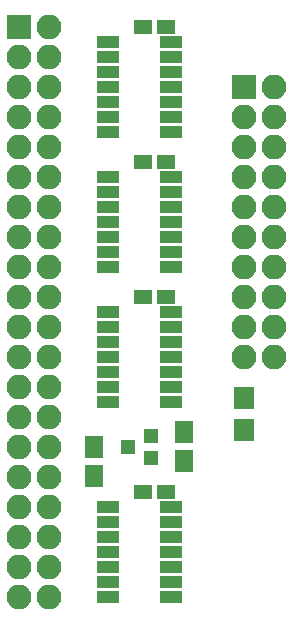
<source format=gbr>
G04 #@! TF.FileFunction,Soldermask,Top*
%FSLAX46Y46*%
G04 Gerber Fmt 4.6, Leading zero omitted, Abs format (unit mm)*
G04 Created by KiCad (PCBNEW 4.0.4-stable) date 12/12/17 20:39:09*
%MOMM*%
%LPD*%
G01*
G04 APERTURE LIST*
%ADD10C,0.100000*%
%ADD11R,1.900000X1.000000*%
%ADD12R,2.100000X2.100000*%
%ADD13O,2.100000X2.100000*%
%ADD14R,1.700000X1.900000*%
%ADD15R,1.300000X1.200000*%
%ADD16R,1.650000X1.900000*%
%ADD17R,1.600000X1.150000*%
G04 APERTURE END LIST*
D10*
D11*
X116680000Y-85090000D03*
X116680000Y-86360000D03*
X116680000Y-87630000D03*
X116680000Y-88900000D03*
X116680000Y-90170000D03*
X116680000Y-91440000D03*
X116680000Y-92710000D03*
X122080000Y-92710000D03*
X122080000Y-91440000D03*
X122080000Y-90170000D03*
X122080000Y-88900000D03*
X122080000Y-87630000D03*
X122080000Y-86360000D03*
X122080000Y-85090000D03*
X116680000Y-96520000D03*
X116680000Y-97790000D03*
X116680000Y-99060000D03*
X116680000Y-100330000D03*
X116680000Y-101600000D03*
X116680000Y-102870000D03*
X116680000Y-104140000D03*
X122080000Y-104140000D03*
X122080000Y-102870000D03*
X122080000Y-101600000D03*
X122080000Y-100330000D03*
X122080000Y-99060000D03*
X122080000Y-97790000D03*
X122080000Y-96520000D03*
X116680000Y-107950000D03*
X116680000Y-109220000D03*
X116680000Y-110490000D03*
X116680000Y-111760000D03*
X116680000Y-113030000D03*
X116680000Y-114300000D03*
X116680000Y-115570000D03*
X122080000Y-115570000D03*
X122080000Y-114300000D03*
X122080000Y-113030000D03*
X122080000Y-111760000D03*
X122080000Y-110490000D03*
X122080000Y-109220000D03*
X122080000Y-107950000D03*
X116680000Y-124460000D03*
X116680000Y-125730000D03*
X116680000Y-127000000D03*
X116680000Y-128270000D03*
X116680000Y-129540000D03*
X116680000Y-130810000D03*
X116680000Y-132080000D03*
X122080000Y-132080000D03*
X122080000Y-130810000D03*
X122080000Y-129540000D03*
X122080000Y-128270000D03*
X122080000Y-127000000D03*
X122080000Y-125730000D03*
X122080000Y-124460000D03*
D12*
X109220000Y-83820000D03*
D13*
X111760000Y-83820000D03*
X109220000Y-86360000D03*
X111760000Y-86360000D03*
X109220000Y-88900000D03*
X111760000Y-88900000D03*
X109220000Y-91440000D03*
X111760000Y-91440000D03*
X109220000Y-93980000D03*
X111760000Y-93980000D03*
X109220000Y-96520000D03*
X111760000Y-96520000D03*
X109220000Y-99060000D03*
X111760000Y-99060000D03*
X109220000Y-101600000D03*
X111760000Y-101600000D03*
X109220000Y-104140000D03*
X111760000Y-104140000D03*
X109220000Y-106680000D03*
X111760000Y-106680000D03*
X109220000Y-109220000D03*
X111760000Y-109220000D03*
X109220000Y-111760000D03*
X111760000Y-111760000D03*
X109220000Y-114300000D03*
X111760000Y-114300000D03*
X109220000Y-116840000D03*
X111760000Y-116840000D03*
X109220000Y-119380000D03*
X111760000Y-119380000D03*
X109220000Y-121920000D03*
X111760000Y-121920000D03*
X109220000Y-124460000D03*
X111760000Y-124460000D03*
X109220000Y-127000000D03*
X111760000Y-127000000D03*
X109220000Y-129540000D03*
X111760000Y-129540000D03*
X109220000Y-132080000D03*
X111760000Y-132080000D03*
D12*
X128270000Y-88900000D03*
D13*
X130810000Y-88900000D03*
X128270000Y-91440000D03*
X130810000Y-91440000D03*
X128270000Y-93980000D03*
X130810000Y-93980000D03*
X128270000Y-96520000D03*
X130810000Y-96520000D03*
X128270000Y-99060000D03*
X130810000Y-99060000D03*
X128270000Y-101600000D03*
X130810000Y-101600000D03*
X128270000Y-104140000D03*
X130810000Y-104140000D03*
X128270000Y-106680000D03*
X130810000Y-106680000D03*
X128270000Y-109220000D03*
X130810000Y-109220000D03*
X128270000Y-111760000D03*
X130810000Y-111760000D03*
D14*
X128270000Y-115236000D03*
X128270000Y-117936000D03*
D15*
X120380000Y-120330000D03*
X120380000Y-118430000D03*
X118380000Y-119380000D03*
D16*
X115570000Y-119400000D03*
X115570000Y-121900000D03*
X123190000Y-118130000D03*
X123190000Y-120630000D03*
D17*
X119700000Y-83820000D03*
X121600000Y-83820000D03*
X119700000Y-95250000D03*
X121600000Y-95250000D03*
X119700000Y-106680000D03*
X121600000Y-106680000D03*
X119700000Y-123190000D03*
X121600000Y-123190000D03*
M02*

</source>
